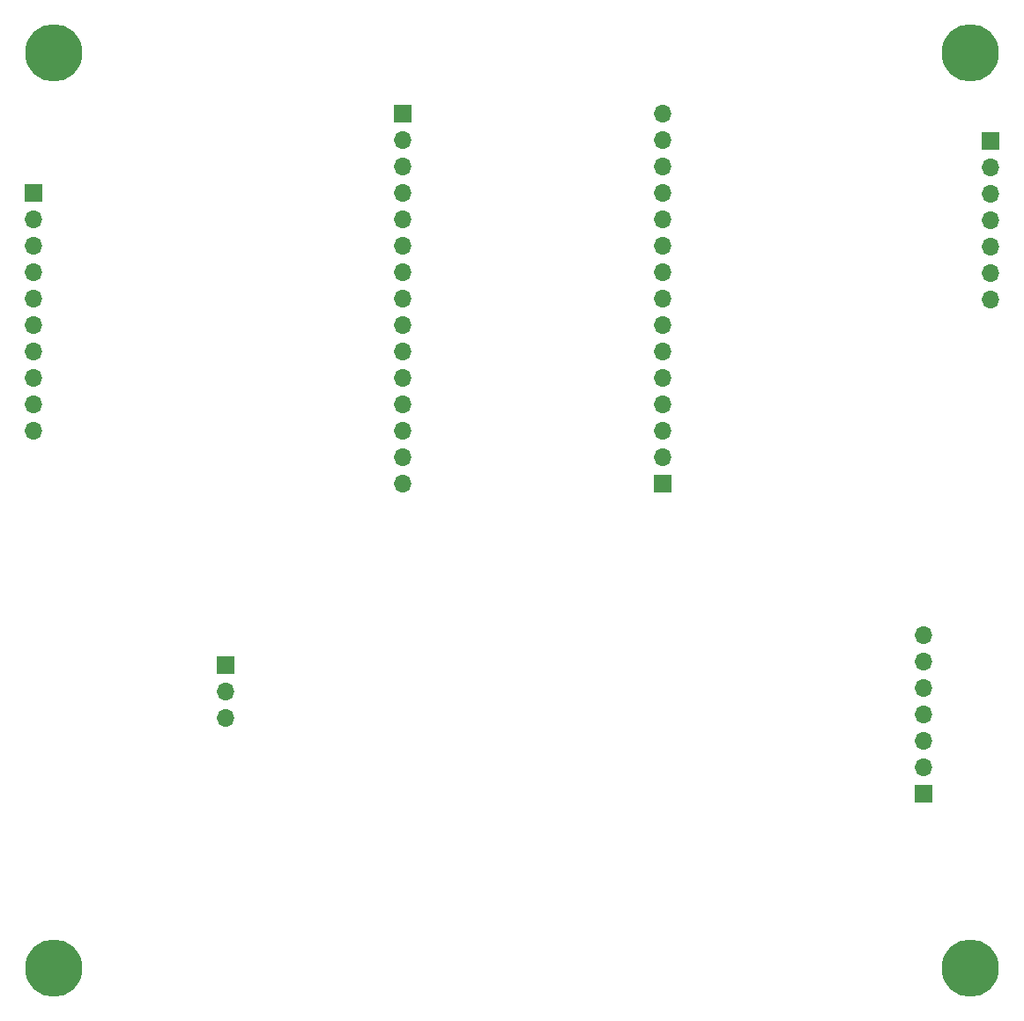
<source format=gbr>
%TF.GenerationSoftware,KiCad,Pcbnew,9.0.0*%
%TF.CreationDate,2025-05-10T18:53:20+02:00*%
%TF.ProjectId,25Zak001 ESP32 Mark0,32355a61-6b30-4303-9120-455350333220,rev?*%
%TF.SameCoordinates,Original*%
%TF.FileFunction,Soldermask,Bot*%
%TF.FilePolarity,Negative*%
%FSLAX46Y46*%
G04 Gerber Fmt 4.6, Leading zero omitted, Abs format (unit mm)*
G04 Created by KiCad (PCBNEW 9.0.0) date 2025-05-10 18:53:20*
%MOMM*%
%LPD*%
G01*
G04 APERTURE LIST*
%ADD10R,1.700000X1.700000*%
%ADD11O,1.700000X1.700000*%
%ADD12C,5.500000*%
%ADD13C,3.600000*%
G04 APERTURE END LIST*
D10*
%TO.C,J4*%
X173500000Y-55500000D03*
D11*
X173500000Y-58040000D03*
X173500000Y-60580000D03*
X173500000Y-63120000D03*
X173500000Y-65660000D03*
X173500000Y-68200000D03*
X173500000Y-70740000D03*
%TD*%
D12*
%TO.C,H4*%
X171500000Y-135000000D03*
D13*
X171500000Y-135000000D03*
%TD*%
D12*
%TO.C,H3*%
X83500000Y-135000000D03*
D13*
X83500000Y-135000000D03*
%TD*%
D12*
%TO.C,H2*%
X171500000Y-47000000D03*
D13*
X171500000Y-47000000D03*
%TD*%
D12*
%TO.C,H1*%
X83500000Y-47000000D03*
D13*
X83500000Y-47000000D03*
%TD*%
D10*
%TO.C,J7*%
X142000000Y-88440000D03*
D11*
X142000000Y-85900000D03*
X142000000Y-83360000D03*
X142000000Y-80820000D03*
X142000000Y-78280000D03*
X142000000Y-75740000D03*
X142000000Y-73200000D03*
X142000000Y-70660000D03*
X142000000Y-68120000D03*
X142000000Y-65580000D03*
X142000000Y-63040000D03*
X142000000Y-60500000D03*
X142000000Y-57960000D03*
X142000000Y-55420000D03*
X142000000Y-52880000D03*
%TD*%
D10*
%TO.C,J6*%
X117000000Y-52880000D03*
D11*
X117000000Y-55420000D03*
X117000000Y-57960000D03*
X117000000Y-60500000D03*
X117000000Y-63040000D03*
X117000000Y-65580000D03*
X117000000Y-68120000D03*
X117000000Y-70660000D03*
X117000000Y-73200000D03*
X117000000Y-75740000D03*
X117000000Y-78280000D03*
X117000000Y-80820000D03*
X117000000Y-83360000D03*
X117000000Y-85900000D03*
X117000000Y-88440000D03*
%TD*%
D10*
%TO.C,J3*%
X81500000Y-60500000D03*
D11*
X81500000Y-63040000D03*
X81500000Y-65580000D03*
X81500000Y-68120000D03*
X81500000Y-70660000D03*
X81500000Y-73200000D03*
X81500000Y-75740000D03*
X81500000Y-78280000D03*
X81500000Y-80820000D03*
X81500000Y-83360000D03*
%TD*%
D10*
%TO.C,J2*%
X167000000Y-118240000D03*
D11*
X167000000Y-115700000D03*
X167000000Y-113160000D03*
X167000000Y-110620000D03*
X167000000Y-108080000D03*
X167000000Y-105540000D03*
X167000000Y-103000000D03*
%TD*%
D10*
%TO.C,U1*%
X100000000Y-105920000D03*
D11*
X100000000Y-108460000D03*
X100000000Y-111000000D03*
%TD*%
M02*

</source>
